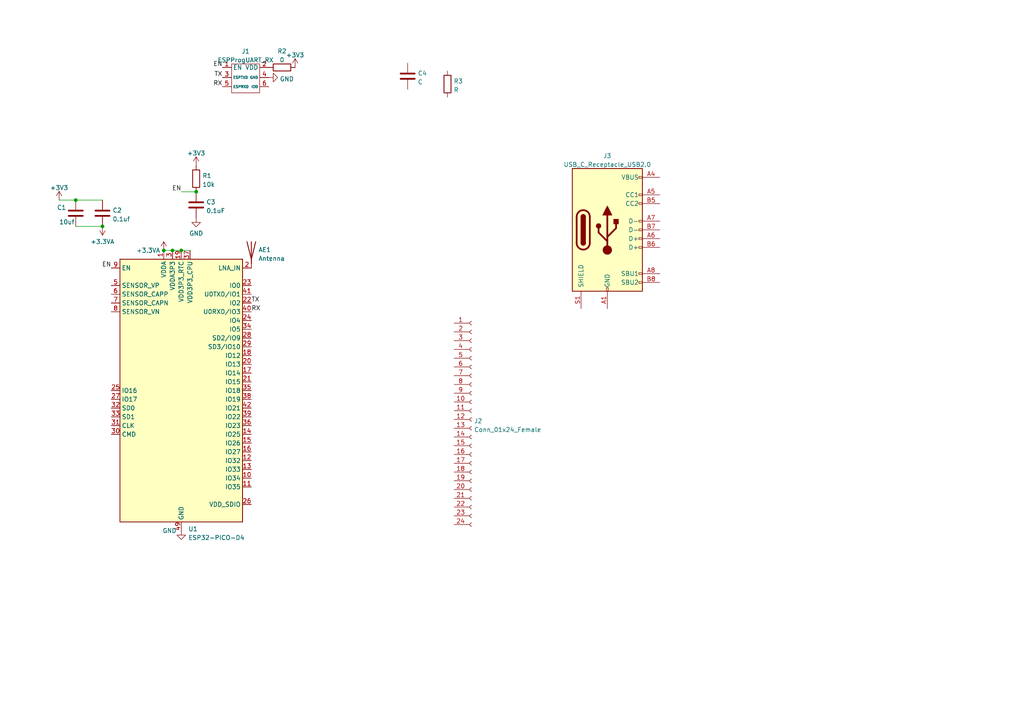
<source format=kicad_sch>
(kicad_sch (version 20211123) (generator eeschema)
  (paper "A4")
  (lib_symbols
    (symbol "Connector:Conn_01x24_Female" (pin_names (offset 1.016) hide)
      (property "Reference" "J" (at 0 30.48 0))
      (property "Value" "Conn_01x24_Female" (at 0 -33.02 0))
      (symbol "Conn_01x24_Female_1_1"
        (arc (start 0 -29.972) (mid -0.508 -30.48) (end 0 -30.988) (stroke (width 0.1524)))
        (arc (start 0 -27.432) (mid -0.508 -27.94) (end 0 -28.448) (stroke (width 0.1524)))
        (arc (start 0 -24.892) (mid -0.508 -25.4) (end 0 -25.908) (stroke (width 0.1524)))
        (arc (start 0 -22.352) (mid -0.508 -22.86) (end 0 -23.368) (stroke (width 0.1524)))
        (arc (start 0 -19.812) (mid -0.508 -20.32) (end 0 -20.828) (stroke (width 0.1524)))
        (arc (start 0 -17.272) (mid -0.508 -17.78) (end 0 -18.288) (stroke (width 0.1524)))
        (arc (start 0 -14.732) (mid -0.508 -15.24) (end 0 -15.748) (stroke (width 0.1524)))
        (arc (start 0 -12.192) (mid -0.508 -12.7) (end 0 -13.208) (stroke (width 0.1524)))
        (arc (start 0 -9.652) (mid -0.508 -10.16) (end 0 -10.668) (stroke (width 0.1524)))
        (arc (start 0 -7.112) (mid -0.508 -7.62) (end 0 -8.128) (stroke (width 0.1524)))
        (arc (start 0 -4.572) (mid -0.508 -5.08) (end 0 -5.588) (stroke (width 0.1524)))
        (arc (start 0 -2.032) (mid -0.508 -2.54) (end 0 -3.048) (stroke (width 0.1524)))
        (polyline (pts (xy -1.27 -30.48) (xy -0.508 -30.48)) (stroke (width 0.1524)))
        (polyline (pts (xy -1.27 -27.94) (xy -0.508 -27.94)) (stroke (width 0.1524)))
        (polyline (pts (xy -1.27 -25.4) (xy -0.508 -25.4)) (stroke (width 0.1524)))
        (polyline (pts (xy -1.27 -22.86) (xy -0.508 -22.86)) (stroke (width 0.1524)))
        (polyline (pts (xy -1.27 -20.32) (xy -0.508 -20.32)) (stroke (width 0.1524)))
        (polyline (pts (xy -1.27 -17.78) (xy -0.508 -17.78)) (stroke (width 0.1524)))
        (polyline (pts (xy -1.27 -15.24) (xy -0.508 -15.24)) (stroke (width 0.1524)))
        (polyline (pts (xy -1.27 -12.7) (xy -0.508 -12.7)) (stroke (width 0.1524)))
        (polyline (pts (xy -1.27 -10.16) (xy -0.508 -10.16)) (stroke (width 0.1524)))
        (polyline (pts (xy -1.27 -7.62) (xy -0.508 -7.62)) (stroke (width 0.1524)))
        (polyline (pts (xy -1.27 -5.08) (xy -0.508 -5.08)) (stroke (width 0.1524)))
        (polyline (pts (xy -1.27 -2.54) (xy -0.508 -2.54)) (stroke (width 0.1524)))
        (polyline (pts (xy -1.27 0) (xy -0.508 0)) (stroke (width 0.1524)))
        (polyline (pts (xy -1.27 2.54) (xy -0.508 2.54)) (stroke (width 0.1524)))
        (polyline (pts (xy -1.27 5.08) (xy -0.508 5.08)) (stroke (width 0.1524)))
        (polyline (pts (xy -1.27 7.62) (xy -0.508 7.62)) (stroke (width 0.1524)))
        (polyline (pts (xy -1.27 10.16) (xy -0.508 10.16)) (stroke (width 0.1524)))
        (polyline (pts (xy -1.27 12.7) (xy -0.508 12.7)) (stroke (width 0.1524)))
        (polyline (pts (xy -1.27 15.24) (xy -0.508 15.24)) (stroke (width 0.1524)))
        (polyline (pts (xy -1.27 17.78) (xy -0.508 17.78)) (stroke (width 0.1524)))
        (polyline (pts (xy -1.27 20.32) (xy -0.508 20.32)) (stroke (width 0.1524)))
        (polyline (pts (xy -1.27 22.86) (xy -0.508 22.86)) (stroke (width 0.1524)))
        (polyline (pts (xy -1.27 25.4) (xy -0.508 25.4)) (stroke (width 0.1524)))
        (polyline (pts (xy -1.27 27.94) (xy -0.508 27.94)) (stroke (width 0.1524)))
        (arc (start 0 0.508) (mid -0.508 0) (end 0 -0.508) (stroke (width 0.1524)))
        (arc (start 0 3.048) (mid -0.508 2.54) (end 0 2.032) (stroke (width 0.1524)))
        (arc (start 0 5.588) (mid -0.508 5.08) (end 0 4.572) (stroke (width 0.1524)))
        (arc (start 0 8.128) (mid -0.508 7.62) (end 0 7.112) (stroke (width 0.1524)))
        (arc (start 0 10.668) (mid -0.508 10.16) (end 0 9.652) (stroke (width 0.1524)))
        (arc (start 0 13.208) (mid -0.508 12.7) (end 0 12.192) (stroke (width 0.1524)))
        (arc (start 0 15.748) (mid -0.508 15.24) (end 0 14.732) (stroke (width 0.1524)))
        (arc (start 0 18.288) (mid -0.508 17.78) (end 0 17.272) (stroke (width 0.1524)))
        (arc (start 0 20.828) (mid -0.508 20.32) (end 0 19.812) (stroke (width 0.1524)))
        (arc (start 0 23.368) (mid -0.508 22.86) (end 0 22.352) (stroke (width 0.1524)))
        (arc (start 0 25.908) (mid -0.508 25.4) (end 0 24.892) (stroke (width 0.1524)))
        (arc (start 0 28.448) (mid -0.508 27.94) (end 0 27.432) (stroke (width 0.1524)))
        (pin passive line (at -5.08 27.94 0) (length 3.81) (name "Pin_1") (number "1"))
        (pin passive line (at -5.08 5.08 0) (length 3.81) (name "Pin_10") (number "10"))
        (pin passive line (at -5.08 2.54 0) (length 3.81) (name "Pin_11") (number "11"))
        (pin passive line (at -5.08 0 0) (length 3.81) (name "Pin_12") (number "12"))
        (pin passive line (at -5.08 -2.54 0) (length 3.81) (name "Pin_13") (number "13"))
        (pin passive line (at -5.08 -5.08 0) (length 3.81) (name "Pin_14") (number "14"))
        (pin passive line (at -5.08 -7.62 0) (length 3.81) (name "Pin_15") (number "15"))
        (pin passive line (at -5.08 -10.16 0) (length 3.81) (name "Pin_16") (number "16"))
        (pin passive line (at -5.08 -12.7 0) (length 3.81) (name "Pin_17") (number "17"))
        (pin passive line (at -5.08 -15.24 0) (length 3.81) (name "Pin_18") (number "18"))
        (pin passive line (at -5.08 -17.78 0) (length 3.81) (name "Pin_19") (number "19"))
        (pin passive line (at -5.08 25.4 0) (length 3.81) (name "Pin_2") (number "2"))
        (pin passive line (at -5.08 -20.32 0) (length 3.81) (name "Pin_20") (number "20"))
        (pin passive line (at -5.08 -22.86 0) (length 3.81) (name "Pin_21") (number "21"))
        (pin passive line (at -5.08 -25.4 0) (length 3.81) (name "Pin_22") (number "22"))
        (pin passive line (at -5.08 -27.94 0) (length 3.81) (name "Pin_23") (number "23"))
        (pin passive line (at -5.08 -30.48 0) (length 3.81) (name "Pin_24") (number "24"))
        (pin passive line (at -5.08 22.86 0) (length 3.81) (name "Pin_3") (number "3"))
        (pin passive line (at -5.08 20.32 0) (length 3.81) (name "Pin_4") (number "4"))
        (pin passive line (at -5.08 17.78 0) (length 3.81) (name "Pin_5") (number "5"))
        (pin passive line (at -5.08 15.24 0) (length 3.81) (name "Pin_6") (number "6"))
        (pin passive line (at -5.08 12.7 0) (length 3.81) (name "Pin_7") (number "7"))
        (pin passive line (at -5.08 10.16 0) (length 3.81) (name "Pin_8") (number "8"))
        (pin passive line (at -5.08 7.62 0) (length 3.81) (name "Pin_9") (number "9"))
      )
    )
    (symbol "Connector:USB_C_Receptacle_USB2.0" (pin_names (offset 1.016))
      (property "Reference" "J" (at -10.16 19.05 0))
      (property "Value" "USB_C_Receptacle_USB2.0" (at 19.05 19.05 0))
      (symbol "USB_C_Receptacle_USB2.0_0_0"
        (rectangle (start -0.254 -17.78) (end 0.254 -16.764))
        (rectangle (start 10.16 -14.986) (end 9.144 -15.494))
        (rectangle (start 10.16 -12.446) (end 9.144 -12.954))
        (rectangle (start 10.16 -4.826) (end 9.144 -5.334))
        (rectangle (start 10.16 -2.286) (end 9.144 -2.794))
        (rectangle (start 10.16 0.254) (end 9.144 -0.254))
        (rectangle (start 10.16 2.794) (end 9.144 2.286))
        (rectangle (start 10.16 7.874) (end 9.144 7.366))
        (rectangle (start 10.16 10.414) (end 9.144 9.906))
        (rectangle (start 10.16 15.494) (end 9.144 14.986))
      )
      (symbol "USB_C_Receptacle_USB2.0_0_1"
        (rectangle (start -10.16 17.78) (end 10.16 -17.78) (stroke (width 0.254)) (fill (type background)))
        (arc (start -8.89 -3.81) (mid -6.985 -5.715) (end -5.08 -3.81) (stroke (width 0.508)))
        (arc (start -7.62 -3.81) (mid -6.985 -4.445) (end -6.35 -3.81) (stroke (width 0.254)))
        (arc (start -7.62 -3.81) (mid -6.985 -4.445) (end -6.35 -3.81) (stroke (width 0.254)) (fill (type outline)))
        (rectangle (start -7.62 -3.81) (end -6.35 3.81) (stroke (width 0.254)) (fill (type outline)))
        (arc (start -6.35 3.81) (mid -6.985 4.445) (end -7.62 3.81) (stroke (width 0.254)))
        (arc (start -6.35 3.81) (mid -6.985 4.445) (end -7.62 3.81) (stroke (width 0.254)) (fill (type outline)))
        (arc (start -5.08 3.81) (mid -6.985 5.715) (end -8.89 3.81) (stroke (width 0.508)))
        (circle (center -2.54 1.143) (radius 0.635) (stroke (width 0.254)) (fill (type outline)))
        (circle (center 0 -5.842) (radius 1.27) (fill (type outline)))
        (polyline (pts (xy -8.89 -3.81) (xy -8.89 3.81)) (stroke (width 0.508)))
        (polyline (pts (xy -5.08 3.81) (xy -5.08 -3.81)) (stroke (width 0.508)))
        (polyline (pts (xy 0 -5.842) (xy 0 4.318)) (stroke (width 0.508)))
        (polyline (pts (xy 0 -3.302) (xy -2.54 -0.762) (xy -2.54 0.508)) (stroke (width 0.508)))
        (polyline (pts (xy 0 -2.032) (xy 2.54 0.508) (xy 2.54 1.778)) (stroke (width 0.508)))
        (polyline (pts (xy -1.27 4.318) (xy 0 6.858) (xy 1.27 4.318) (xy -1.27 4.318)) (stroke (width 0.254)) (fill (type outline)))
        (rectangle (start 1.905 1.778) (end 3.175 3.048) (stroke (width 0.254)) (fill (type outline)))
      )
      (symbol "USB_C_Receptacle_USB2.0_1_1"
        (pin passive line (at 0 -22.86 90) (length 5.08) (name "GND") (number "A1"))
        (pin passive line (at 0 -22.86 90) (length 5.08) hide (name "GND") (number "A12"))
        (pin passive line (at 15.24 15.24 180) (length 5.08) (name "VBUS") (number "A4"))
        (pin bidirectional line (at 15.24 10.16 180) (length 5.08) (name "CC1") (number "A5"))
        (pin bidirectional line (at 15.24 -2.54 180) (length 5.08) (name "D+") (number "A6"))
        (pin bidirectional line (at 15.24 2.54 180) (length 5.08) (name "D-") (number "A7"))
        (pin bidirectional line (at 15.24 -12.7 180) (length 5.08) (name "SBU1") (number "A8"))
        (pin passive line (at 15.24 15.24 180) (length 5.08) hide (name "VBUS") (number "A9"))
        (pin passive line (at 0 -22.86 90) (length 5.08) hide (name "GND") (number "B1"))
        (pin passive line (at 0 -22.86 90) (length 5.08) hide (name "GND") (number "B12"))
        (pin passive line (at 15.24 15.24 180) (length 5.08) hide (name "VBUS") (number "B4"))
        (pin bidirectional line (at 15.24 7.62 180) (length 5.08) (name "CC2") (number "B5"))
        (pin bidirectional line (at 15.24 -5.08 180) (length 5.08) (name "D+") (number "B6"))
        (pin bidirectional line (at 15.24 0 180) (length 5.08) (name "D-") (number "B7"))
        (pin bidirectional line (at 15.24 -15.24 180) (length 5.08) (name "SBU2") (number "B8"))
        (pin passive line (at 15.24 15.24 180) (length 5.08) hide (name "VBUS") (number "B9"))
        (pin passive line (at -7.62 -22.86 90) (length 5.08) (name "SHIELD") (number "S1"))
      )
    )
    (symbol "Device:Antenna" (pin_numbers hide) (pin_names (offset 1.016) hide)
      (property "Reference" "AE" (at -1.905 1.905 0))
      (property "Value" "Antenna" (at -1.905 0 0))
      (symbol "Antenna_0_1"
        (polyline (pts (xy 0 2.54) (xy 0 -3.81)) (stroke (width 0.254)))
        (polyline (pts (xy 1.27 2.54) (xy 0 -2.54) (xy -1.27 2.54)) (stroke (width 0.254)))
      )
      (symbol "Antenna_1_1"
        (pin input line (at 0 -5.08 90) (length 2.54) (name "A") (number "1"))
      )
    )
    (symbol "Device:C" (pin_numbers hide) (pin_names (offset 0.254))
      (property "Reference" "C" (at 0.635 2.54 0))
      (property "Value" "C" (at 0.635 -2.54 0))
      (symbol "C_0_1"
        (polyline (pts (xy -2.032 -0.762) (xy 2.032 -0.762)) (stroke (width 0.508)))
        (polyline (pts (xy -2.032 0.762) (xy 2.032 0.762)) (stroke (width 0.508)))
      )
      (symbol "C_1_1"
        (pin passive line (at 0 3.81 270) (length 2.794) (name "~") (number "1"))
        (pin passive line (at 0 -3.81 90) (length 2.794) (name "~") (number "2"))
      )
    )
    (symbol "Device:R" (pin_numbers hide) (pin_names (offset 0))
      (property "Reference" "R" (at 2.032 0 90))
      (property "Value" "R" (at 0 0 90))
      (symbol "R_0_1"
        (rectangle (start -1.016 -2.54) (end 1.016 2.54) (stroke (width 0.254)))
      )
      (symbol "R_1_1"
        (pin passive line (at 0 3.81 270) (length 1.27) (name "~") (number "1"))
        (pin passive line (at 0 -3.81 90) (length 1.27) (name "~") (number "2"))
      )
    )
    (symbol "KisonNew:ESPProgUART_RX"
      (property "Reference" "J" (at -0.127 2.032 0))
      (property "Value" "ESPProgUART_RX" (at 0 0 0))
      (symbol "ESPProgUART_RX_0_1"
        (rectangle (start -3.556 -2.159) (end 4.572 -10.541) (stroke (width 0.1524)))
      )
      (symbol "ESPProgUART_RX_1_1"
        (pin input line (at -6.223 -3.175 0) (length 2.54) (name "EN") (number "1"))
        (pin power_in line (at 7.239 -3.175 180) (length 2.54) (name "VDD") (number "2"))
        (pin input line (at -6.223 -6.096 0) (length 2.54) (name "ESPTXD") (number "3"))
        (pin power_in line (at 7.239 -6.096 180) (length 2.54) (name "GND") (number "4"))
        (pin input line (at -6.223 -8.763 0) (length 2.54) (name "ESPRXD") (number "5"))
        (pin input line (at 7.239 -8.763 180) (length 2.54) (name "IO0") (number "6"))
      )
    )
    (symbol "RF_Module:ESP32-PICO-D4"
      (property "Reference" "U" (at -17.78 39.37 0))
      (property "Value" "ESP32-PICO-D4" (at 3.81 39.37 0))
      (symbol "ESP32-PICO-D4_0_0"
        (pin power_in line (at -5.08 40.64 270) (length 2.54) (name "VDDA") (number "1"))
        (pin input line (at 20.32 -25.4 180) (length 2.54) (name "IO34") (number "10"))
        (pin input line (at 20.32 -27.94 180) (length 2.54) (name "IO35") (number "11"))
        (pin bidirectional line (at 20.32 -20.32 180) (length 2.54) (name "IO32") (number "12"))
        (pin bidirectional line (at 20.32 -22.86 180) (length 2.54) (name "IO33") (number "13"))
        (pin bidirectional line (at 20.32 -12.7 180) (length 2.54) (name "IO25") (number "14"))
        (pin bidirectional line (at 20.32 -15.24 180) (length 2.54) (name "IO26") (number "15"))
        (pin bidirectional line (at 20.32 -17.78 180) (length 2.54) (name "IO27") (number "16"))
        (pin bidirectional line (at 20.32 5.08 180) (length 2.54) (name "IO14") (number "17"))
        (pin bidirectional line (at 20.32 10.16 180) (length 2.54) (name "IO12") (number "18"))
        (pin power_in line (at 0 40.64 270) (length 2.54) (name "VDD3P3_RTC") (number "19"))
        (pin bidirectional line (at 20.32 35.56 180) (length 2.54) (name "LNA_IN") (number "2"))
        (pin bidirectional line (at 20.32 7.62 180) (length 2.54) (name "IO13") (number "20"))
        (pin bidirectional line (at 20.32 2.54 180) (length 2.54) (name "IO15") (number "21"))
        (pin bidirectional line (at 20.32 25.4 180) (length 2.54) (name "IO2") (number "22"))
        (pin bidirectional line (at 20.32 30.48 180) (length 2.54) (name "IO0") (number "23"))
        (pin bidirectional line (at 20.32 20.32 180) (length 2.54) (name "IO4") (number "24"))
        (pin bidirectional line (at -20.32 0 0) (length 2.54) (name "IO16") (number "25"))
        (pin power_out line (at 20.32 -33.02 180) (length 2.54) (name "VDD_SDIO") (number "26"))
        (pin bidirectional line (at -20.32 -2.54 0) (length 2.54) (name "IO17") (number "27"))
        (pin bidirectional line (at 20.32 15.24 180) (length 2.54) (name "SD2/IO9") (number "28"))
        (pin bidirectional line (at 20.32 12.7 180) (length 2.54) (name "SD3/IO10") (number "29"))
        (pin power_in line (at -2.54 40.64 270) (length 2.54) (name "VDDA3P3") (number "3"))
        (pin bidirectional line (at -20.32 -12.7 0) (length 2.54) (name "CMD") (number "30"))
        (pin bidirectional line (at -20.32 -10.16 0) (length 2.54) (name "CLK") (number "31"))
        (pin bidirectional line (at -20.32 -5.08 0) (length 2.54) (name "SD0") (number "32"))
        (pin bidirectional line (at -20.32 -7.62 0) (length 2.54) (name "SD1") (number "33"))
        (pin bidirectional line (at 20.32 17.78 180) (length 2.54) (name "IO5") (number "34"))
        (pin bidirectional line (at 20.32 0 180) (length 2.54) (name "IO18") (number "35"))
        (pin bidirectional line (at 20.32 -10.16 180) (length 2.54) (name "IO23") (number "36"))
        (pin power_in line (at 2.54 40.64 270) (length 2.54) (name "VDD3P3_CPU") (number "37"))
        (pin bidirectional line (at 20.32 -2.54 180) (length 2.54) (name "IO19") (number "38"))
        (pin bidirectional line (at 20.32 -7.62 180) (length 2.54) (name "IO22") (number "39"))
        (pin passive line (at -2.54 40.64 270) (length 2.54) hide (name "VDDA3P3") (number "4"))
        (pin bidirectional line (at 20.32 22.86 180) (length 2.54) (name "U0RXD/IO3") (number "40"))
        (pin bidirectional line (at 20.32 27.94 180) (length 2.54) (name "U0TXD/IO1") (number "41"))
        (pin bidirectional line (at 20.32 -5.08 180) (length 2.54) (name "IO21") (number "42"))
        (pin passive line (at -5.08 40.64 270) (length 2.54) hide (name "VDDA") (number "43"))
        (pin no_connect line (at -17.78 -25.4 0) (length 2.54) hide (name "XTAL_N_NC") (number "44"))
        (pin no_connect line (at -17.78 -27.94 0) (length 2.54) hide (name "XTAL_P_NC") (number "45"))
        (pin passive line (at -5.08 40.64 270) (length 2.54) hide (name "VDDA") (number "46"))
        (pin no_connect line (at -17.78 -30.48 0) (length 2.54) hide (name "CAP2_NC") (number "47"))
        (pin no_connect line (at -17.78 -33.02 0) (length 2.54) hide (name "CAP1_NC") (number "48"))
        (pin power_in line (at 0 -40.64 90) (length 2.54) (name "GND") (number "49"))
        (pin input line (at -20.32 30.48 0) (length 2.54) (name "SENSOR_VP") (number "5"))
        (pin input line (at -20.32 27.94 0) (length 2.54) (name "SENSOR_CAPP") (number "6"))
        (pin input line (at -20.32 25.4 0) (length 2.54) (name "SENSOR_CAPN") (number "7"))
        (pin input line (at -20.32 22.86 0) (length 2.54) (name "SENSOR_VN") (number "8"))
        (pin input line (at -20.32 35.56 0) (length 2.54) (name "EN") (number "9"))
      )
      (symbol "ESP32-PICO-D4_0_1"
        (rectangle (start -17.78 38.1) (end 17.78 -38.1) (stroke (width 0.254)) (fill (type background)))
      )
    )
    (symbol "power:+3.3VA" (power) (pin_names (offset 0))
      (property "Value" "+3.3VA" (at 0 3.556 0))
      (symbol "+3.3VA_0_1"
        (polyline (pts (xy -0.762 1.27) (xy 0 2.54)))
        (polyline (pts (xy 0 0) (xy 0 2.54)))
        (polyline (pts (xy 0 2.54) (xy 0.762 1.27)))
      )
      (symbol "+3.3VA_1_1"
        (pin power_in line (at 0 0 90) (length 0) hide (name "+3.3VA") (number "1"))
      )
    )
    (symbol "power:+3V3" (power) (pin_names (offset 0))
      (property "Value" "+3V3" (at 0 3.556 0))
      (symbol "+3V3_0_1"
        (polyline (pts (xy -0.762 1.27) (xy 0 2.54)))
        (polyline (pts (xy 0 0) (xy 0 2.54)))
        (polyline (pts (xy 0 2.54) (xy 0.762 1.27)))
      )
      (symbol "+3V3_1_1"
        (pin power_in line (at 0 0 90) (length 0) hide (name "+3V3") (number "1"))
      )
    )
    (symbol "power:GND" (power) (pin_names (offset 0))
      (property "Value" "GND" (at 0 -3.81 0))
      (symbol "GND_0_1"
        (polyline (pts (xy 0 0) (xy 0 -1.27) (xy 1.27 -1.27) (xy 0 -2.54) (xy -1.27 -1.27) (xy 0 -1.27)))
      )
      (symbol "GND_1_1"
        (pin power_in line (at 0 0 270) (length 0) hide (name "GND") (number "1"))
      )
    )
  )
  (junction (at 21.971 58.039))
  (junction (at 29.718 65.659))
  (junction (at 50.038 72.644))
  (junction (at 56.896 55.626))
  (junction (at 47.498 72.644))
  (junction (at 52.578 72.644))
  (wire (pts (xy 52.578 72.644) (xy 55.118 72.644)))
  (wire (pts (xy 21.971 65.659) (xy 29.718 65.659)))
  (wire (pts (xy 50.038 72.644) (xy 52.578 72.644)))
  (wire (pts (xy 52.578 55.626) (xy 56.896 55.626)))
  (wire (pts (xy 47.498 72.644) (xy 50.038 72.644)))
  (wire (pts (xy 21.971 58.039) (xy 29.718 58.039)))
  (wire (pts (xy 17.145 58.039) (xy 21.971 58.039)))
  (label "EN" (at 32.258 77.724 180))
  (label "EN" (at 52.578 55.626 180))
  (label "EN" (at 64.516 19.558 180))
  (label "RX" (at 64.516 25.146 180))
  (label "RX" (at 72.898 90.424 0))
  (label "TX" (at 64.516 22.479 180))
  (label "TX" (at 72.898 87.884 0))
  (symbol (lib_id "power:GND") (at 56.896 63.246 0) (unit 1)
    (property "Reference" "#PWR0108" (effects hide))
    (property "Value" "GND" (at 56.896 67.6894 0))
  )
  (symbol (lib_id "KisonNew:ESPProgUART_RX") (at 70.739 16.383 0) (unit 1)
    (property "Reference" "J1" (at 71.247 14.893 0))
    (property "Value" "ESPProgUART_RX" (at 71.247 17.4299 0))
    (property "Footprint" "KisonNew:IDC_1.27mm_6P" (effects hide))
  )
  (symbol (lib_id "Connector:USB_C_Receptacle_USB2.0") (at 176.149 66.675 0) (unit 1)
    (property "Reference" "J3" (at 176.149 45.1952 0))
    (property "Value" "USB_C_Receptacle_USB2.0" (at 176.149 47.7321 0))
    (property "Datasheet" "https://www.usb.org/sites/default/files/documents/usb_type-c.zip" (effects hide))
  )
  (symbol (lib_id "power:+3V3") (at 85.598 19.558 0) (unit 1)
    (property "Reference" "#PWR0102" (effects hide))
    (property "Value" "+3V3" (at 85.598 15.9822 0))
  )
  (symbol (lib_id "power:+3V3") (at 17.145 58.039 0) (unit 1)
    (property "Reference" "#PWR0103" (effects hide))
    (property "Value" "+3V3" (at 17.145 54.4632 0))
  )
  (symbol (lib_id "Device:C") (at 56.896 59.436 0) (unit 1)
    (property "Reference" "C3" (at 59.817 58.6013 0) (effects (justify left)))
    (property "Value" "0.1uF" (at 59.817 61.1382 0) (effects (justify left)))
    (property "Footprint" "Capacitor_SMD:C_0603_1608Metric" (effects hide))
    (property "LCSC" "C1591" (effects hide))
  )
  (symbol (lib_id "power:+3V3") (at 56.896 48.006 0) (unit 1)
    (property "Reference" "#PWR0107" (effects hide))
    (property "Value" "+3V3" (at 56.896 44.4302 0))
  )
  (symbol (lib_id "Device:C") (at 118.237 22.098 0) (unit 1)
    (property "Reference" "C4" (at 121.158 21.2633 0) (effects (justify left)))
    (property "Value" "C" (at 121.158 23.8002 0) (effects (justify left)))
  )
  (symbol (lib_id "Device:R") (at 129.794 24.384 0) (unit 1)
    (property "Reference" "R3" (at 131.572 23.5493 0) (effects (justify left)))
    (property "Value" "R" (at 131.572 26.0862 0) (effects (justify left)))
  )
  (symbol (lib_id "power:GND") (at 52.578 153.924 0) (unit 1)
    (property "Reference" "#PWR0106" (effects hide))
    (property "Value" "GND" (at 47.117 153.924 0) (effects (justify left)))
  )
  (symbol (lib_id "power:+3.3VA") (at 47.498 72.644 0) (unit 1)
    (property "Reference" "#PWR0105" (effects hide))
    (property "Value" "+3.3VA" (at 39.497 72.644 0) (effects (justify left)))
  )
  (symbol (lib_id "Device:R") (at 56.896 51.816 0) (unit 1)
    (property "Reference" "R1" (at 58.674 50.9813 0) (effects (justify left)))
    (property "Value" "10k" (at 58.674 53.5182 0) (effects (justify left)))
    (property "Footprint" "Resistor_SMD:R_0603_1608Metric" (effects hide))
  )
  (symbol (lib_id "Connector:Conn_01x24_Female") (at 136.779 121.666 0) (unit 1)
    (property "Reference" "J2" (at 137.4902 122.1013 0) (effects (justify left)))
    (property "Value" "Conn_01x24_Female" (at 137.4902 124.6382 0) (effects (justify left)))
    (property "Footprint" "Connector_FFC-FPC:Hirose_FH12-24S-0.5SH_1x24-1MP_P0.50mm_Horizontal" (effects hide))
  )
  (symbol (lib_id "Device:Antenna") (at 72.898 72.644 0) (unit 1)
    (property "Reference" "AE1" (at 74.93 72.4443 0) (effects (justify left)))
    (property "Value" "Antenna" (at 74.93 74.9812 0) (effects (justify left)))
    (property "Footprint" "RF_Antenna:Texas_SWRA117D_2.4GHz_Right" (effects hide))
  )
  (symbol (lib_id "power:GND") (at 77.978 22.479 90) (unit 1)
    (property "Reference" "#PWR0101" (effects hide))
    (property "Value" "GND" (at 81.153 22.9128 90) (effects (justify right)))
  )
  (symbol (lib_id "Device:C") (at 29.718 61.849 0) (unit 1)
    (property "Reference" "C2" (at 32.639 61.0143 0) (effects (justify left)))
    (property "Value" "0.1uf" (at 32.639 63.5512 0) (effects (justify left)))
  )
  (symbol (lib_id "RF_Module:ESP32-PICO-D4") (at 52.578 113.284 0) (unit 1)
    (property "Reference" "U1" (at 54.5974 153.4144 0) (effects (justify left)))
    (property "Value" "ESP32-PICO-D4" (at 54.5974 155.9513 0) (effects (justify left)))
    (property "Footprint" "Package_DFN_QFN:QFN-48-1EP_7x7mm_P0.5mm_EP5.3x5.3mm" (effects hide))
    (property "Datasheet" "https://www.espressif.com/sites/default/files/documentation/esp32-pico-d4_datasheet_en.pdf" (effects hide))
  )
  (symbol (lib_id "power:+3.3VA") (at 29.718 65.659 180) (unit 1)
    (property "Reference" "#PWR0104" (effects hide))
    (property "Value" "+3.3VA" (at 29.718 70.1024 0))
  )
  (symbol (lib_id "Device:C") (at 21.971 61.849 0) (unit 1)
    (property "Reference" "C1" (at 16.51 60.198 0) (effects (justify left)))
    (property "Value" "10uf" (at 17.145 64.389 0) (effects (justify left)))
  )
  (symbol (lib_id "Device:R") (at 81.788 19.558 90) (unit 1)
    (property "Reference" "R2" (at 81.788 14.8422 90))
    (property "Value" "0" (at 81.788 17.3791 90))
  )
)
</source>
